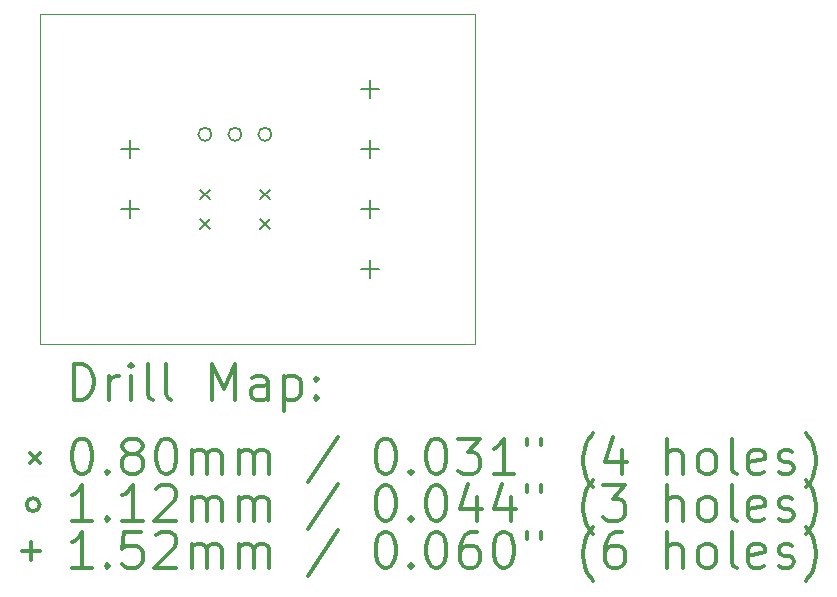
<source format=gbr>
%FSLAX45Y45*%
G04 Gerber Fmt 4.5, Leading zero omitted, Abs format (unit mm)*
G04 Created by KiCad (PCBNEW (5.1.4)-1) date 2019-09-01 07:34:50*
%MOMM*%
%LPD*%
G04 APERTURE LIST*
%ADD10C,0.050000*%
%ADD11C,0.200000*%
%ADD12C,0.300000*%
G04 APERTURE END LIST*
D10*
X4191000Y-6985000D02*
X4191000Y-4191000D01*
X7874000Y-6985000D02*
X4191000Y-6985000D01*
X7874000Y-4191000D02*
X7874000Y-6985000D01*
X7747000Y-4191000D02*
X7874000Y-4191000D01*
X4191000Y-4191000D02*
X7747000Y-4191000D01*
D11*
X6056000Y-5675000D02*
X6136000Y-5755000D01*
X6136000Y-5675000D02*
X6056000Y-5755000D01*
X6056000Y-5925000D02*
X6136000Y-6005000D01*
X6136000Y-5925000D02*
X6056000Y-6005000D01*
X5548000Y-5675000D02*
X5628000Y-5755000D01*
X5628000Y-5675000D02*
X5548000Y-5755000D01*
X5548000Y-5925000D02*
X5628000Y-6005000D01*
X5628000Y-5925000D02*
X5548000Y-6005000D01*
X5643880Y-5207000D02*
G75*
G03X5643880Y-5207000I-55880J0D01*
G01*
X5897880Y-5207000D02*
G75*
G03X5897880Y-5207000I-55880J0D01*
G01*
X6151880Y-5207000D02*
G75*
G03X6151880Y-5207000I-55880J0D01*
G01*
X6985000Y-4750000D02*
X6985000Y-4902000D01*
X6909000Y-4826000D02*
X7061000Y-4826000D01*
X6985000Y-5258000D02*
X6985000Y-5410000D01*
X6909000Y-5334000D02*
X7061000Y-5334000D01*
X6985000Y-5766000D02*
X6985000Y-5918000D01*
X6909000Y-5842000D02*
X7061000Y-5842000D01*
X6985000Y-6274000D02*
X6985000Y-6426000D01*
X6909000Y-6350000D02*
X7061000Y-6350000D01*
X4953000Y-5258000D02*
X4953000Y-5410000D01*
X4877000Y-5334000D02*
X5029000Y-5334000D01*
X4953000Y-5766000D02*
X4953000Y-5918000D01*
X4877000Y-5842000D02*
X5029000Y-5842000D01*
D12*
X4474928Y-7453214D02*
X4474928Y-7153214D01*
X4546357Y-7153214D01*
X4589214Y-7167500D01*
X4617786Y-7196071D01*
X4632071Y-7224643D01*
X4646357Y-7281786D01*
X4646357Y-7324643D01*
X4632071Y-7381786D01*
X4617786Y-7410357D01*
X4589214Y-7438929D01*
X4546357Y-7453214D01*
X4474928Y-7453214D01*
X4774928Y-7453214D02*
X4774928Y-7253214D01*
X4774928Y-7310357D02*
X4789214Y-7281786D01*
X4803500Y-7267500D01*
X4832071Y-7253214D01*
X4860643Y-7253214D01*
X4960643Y-7453214D02*
X4960643Y-7253214D01*
X4960643Y-7153214D02*
X4946357Y-7167500D01*
X4960643Y-7181786D01*
X4974928Y-7167500D01*
X4960643Y-7153214D01*
X4960643Y-7181786D01*
X5146357Y-7453214D02*
X5117786Y-7438929D01*
X5103500Y-7410357D01*
X5103500Y-7153214D01*
X5303500Y-7453214D02*
X5274928Y-7438929D01*
X5260643Y-7410357D01*
X5260643Y-7153214D01*
X5646357Y-7453214D02*
X5646357Y-7153214D01*
X5746357Y-7367500D01*
X5846357Y-7153214D01*
X5846357Y-7453214D01*
X6117786Y-7453214D02*
X6117786Y-7296071D01*
X6103500Y-7267500D01*
X6074928Y-7253214D01*
X6017786Y-7253214D01*
X5989214Y-7267500D01*
X6117786Y-7438929D02*
X6089214Y-7453214D01*
X6017786Y-7453214D01*
X5989214Y-7438929D01*
X5974928Y-7410357D01*
X5974928Y-7381786D01*
X5989214Y-7353214D01*
X6017786Y-7338929D01*
X6089214Y-7338929D01*
X6117786Y-7324643D01*
X6260643Y-7253214D02*
X6260643Y-7553214D01*
X6260643Y-7267500D02*
X6289214Y-7253214D01*
X6346357Y-7253214D01*
X6374928Y-7267500D01*
X6389214Y-7281786D01*
X6403500Y-7310357D01*
X6403500Y-7396071D01*
X6389214Y-7424643D01*
X6374928Y-7438929D01*
X6346357Y-7453214D01*
X6289214Y-7453214D01*
X6260643Y-7438929D01*
X6532071Y-7424643D02*
X6546357Y-7438929D01*
X6532071Y-7453214D01*
X6517786Y-7438929D01*
X6532071Y-7424643D01*
X6532071Y-7453214D01*
X6532071Y-7267500D02*
X6546357Y-7281786D01*
X6532071Y-7296071D01*
X6517786Y-7281786D01*
X6532071Y-7267500D01*
X6532071Y-7296071D01*
X4108500Y-7907500D02*
X4188500Y-7987500D01*
X4188500Y-7907500D02*
X4108500Y-7987500D01*
X4532071Y-7783214D02*
X4560643Y-7783214D01*
X4589214Y-7797500D01*
X4603500Y-7811786D01*
X4617786Y-7840357D01*
X4632071Y-7897500D01*
X4632071Y-7968929D01*
X4617786Y-8026071D01*
X4603500Y-8054643D01*
X4589214Y-8068929D01*
X4560643Y-8083214D01*
X4532071Y-8083214D01*
X4503500Y-8068929D01*
X4489214Y-8054643D01*
X4474928Y-8026071D01*
X4460643Y-7968929D01*
X4460643Y-7897500D01*
X4474928Y-7840357D01*
X4489214Y-7811786D01*
X4503500Y-7797500D01*
X4532071Y-7783214D01*
X4760643Y-8054643D02*
X4774928Y-8068929D01*
X4760643Y-8083214D01*
X4746357Y-8068929D01*
X4760643Y-8054643D01*
X4760643Y-8083214D01*
X4946357Y-7911786D02*
X4917786Y-7897500D01*
X4903500Y-7883214D01*
X4889214Y-7854643D01*
X4889214Y-7840357D01*
X4903500Y-7811786D01*
X4917786Y-7797500D01*
X4946357Y-7783214D01*
X5003500Y-7783214D01*
X5032071Y-7797500D01*
X5046357Y-7811786D01*
X5060643Y-7840357D01*
X5060643Y-7854643D01*
X5046357Y-7883214D01*
X5032071Y-7897500D01*
X5003500Y-7911786D01*
X4946357Y-7911786D01*
X4917786Y-7926071D01*
X4903500Y-7940357D01*
X4889214Y-7968929D01*
X4889214Y-8026071D01*
X4903500Y-8054643D01*
X4917786Y-8068929D01*
X4946357Y-8083214D01*
X5003500Y-8083214D01*
X5032071Y-8068929D01*
X5046357Y-8054643D01*
X5060643Y-8026071D01*
X5060643Y-7968929D01*
X5046357Y-7940357D01*
X5032071Y-7926071D01*
X5003500Y-7911786D01*
X5246357Y-7783214D02*
X5274928Y-7783214D01*
X5303500Y-7797500D01*
X5317786Y-7811786D01*
X5332071Y-7840357D01*
X5346357Y-7897500D01*
X5346357Y-7968929D01*
X5332071Y-8026071D01*
X5317786Y-8054643D01*
X5303500Y-8068929D01*
X5274928Y-8083214D01*
X5246357Y-8083214D01*
X5217786Y-8068929D01*
X5203500Y-8054643D01*
X5189214Y-8026071D01*
X5174928Y-7968929D01*
X5174928Y-7897500D01*
X5189214Y-7840357D01*
X5203500Y-7811786D01*
X5217786Y-7797500D01*
X5246357Y-7783214D01*
X5474928Y-8083214D02*
X5474928Y-7883214D01*
X5474928Y-7911786D02*
X5489214Y-7897500D01*
X5517786Y-7883214D01*
X5560643Y-7883214D01*
X5589214Y-7897500D01*
X5603500Y-7926071D01*
X5603500Y-8083214D01*
X5603500Y-7926071D02*
X5617786Y-7897500D01*
X5646357Y-7883214D01*
X5689214Y-7883214D01*
X5717786Y-7897500D01*
X5732071Y-7926071D01*
X5732071Y-8083214D01*
X5874928Y-8083214D02*
X5874928Y-7883214D01*
X5874928Y-7911786D02*
X5889214Y-7897500D01*
X5917786Y-7883214D01*
X5960643Y-7883214D01*
X5989214Y-7897500D01*
X6003500Y-7926071D01*
X6003500Y-8083214D01*
X6003500Y-7926071D02*
X6017786Y-7897500D01*
X6046357Y-7883214D01*
X6089214Y-7883214D01*
X6117786Y-7897500D01*
X6132071Y-7926071D01*
X6132071Y-8083214D01*
X6717786Y-7768929D02*
X6460643Y-8154643D01*
X7103500Y-7783214D02*
X7132071Y-7783214D01*
X7160643Y-7797500D01*
X7174928Y-7811786D01*
X7189214Y-7840357D01*
X7203500Y-7897500D01*
X7203500Y-7968929D01*
X7189214Y-8026071D01*
X7174928Y-8054643D01*
X7160643Y-8068929D01*
X7132071Y-8083214D01*
X7103500Y-8083214D01*
X7074928Y-8068929D01*
X7060643Y-8054643D01*
X7046357Y-8026071D01*
X7032071Y-7968929D01*
X7032071Y-7897500D01*
X7046357Y-7840357D01*
X7060643Y-7811786D01*
X7074928Y-7797500D01*
X7103500Y-7783214D01*
X7332071Y-8054643D02*
X7346357Y-8068929D01*
X7332071Y-8083214D01*
X7317786Y-8068929D01*
X7332071Y-8054643D01*
X7332071Y-8083214D01*
X7532071Y-7783214D02*
X7560643Y-7783214D01*
X7589214Y-7797500D01*
X7603500Y-7811786D01*
X7617786Y-7840357D01*
X7632071Y-7897500D01*
X7632071Y-7968929D01*
X7617786Y-8026071D01*
X7603500Y-8054643D01*
X7589214Y-8068929D01*
X7560643Y-8083214D01*
X7532071Y-8083214D01*
X7503500Y-8068929D01*
X7489214Y-8054643D01*
X7474928Y-8026071D01*
X7460643Y-7968929D01*
X7460643Y-7897500D01*
X7474928Y-7840357D01*
X7489214Y-7811786D01*
X7503500Y-7797500D01*
X7532071Y-7783214D01*
X7732071Y-7783214D02*
X7917786Y-7783214D01*
X7817786Y-7897500D01*
X7860643Y-7897500D01*
X7889214Y-7911786D01*
X7903500Y-7926071D01*
X7917786Y-7954643D01*
X7917786Y-8026071D01*
X7903500Y-8054643D01*
X7889214Y-8068929D01*
X7860643Y-8083214D01*
X7774928Y-8083214D01*
X7746357Y-8068929D01*
X7732071Y-8054643D01*
X8203500Y-8083214D02*
X8032071Y-8083214D01*
X8117786Y-8083214D02*
X8117786Y-7783214D01*
X8089214Y-7826071D01*
X8060643Y-7854643D01*
X8032071Y-7868929D01*
X8317786Y-7783214D02*
X8317786Y-7840357D01*
X8432071Y-7783214D02*
X8432071Y-7840357D01*
X8874928Y-8197500D02*
X8860643Y-8183214D01*
X8832071Y-8140357D01*
X8817786Y-8111786D01*
X8803500Y-8068929D01*
X8789214Y-7997500D01*
X8789214Y-7940357D01*
X8803500Y-7868929D01*
X8817786Y-7826071D01*
X8832071Y-7797500D01*
X8860643Y-7754643D01*
X8874928Y-7740357D01*
X9117786Y-7883214D02*
X9117786Y-8083214D01*
X9046357Y-7768929D02*
X8974928Y-7983214D01*
X9160643Y-7983214D01*
X9503500Y-8083214D02*
X9503500Y-7783214D01*
X9632071Y-8083214D02*
X9632071Y-7926071D01*
X9617786Y-7897500D01*
X9589214Y-7883214D01*
X9546357Y-7883214D01*
X9517786Y-7897500D01*
X9503500Y-7911786D01*
X9817786Y-8083214D02*
X9789214Y-8068929D01*
X9774928Y-8054643D01*
X9760643Y-8026071D01*
X9760643Y-7940357D01*
X9774928Y-7911786D01*
X9789214Y-7897500D01*
X9817786Y-7883214D01*
X9860643Y-7883214D01*
X9889214Y-7897500D01*
X9903500Y-7911786D01*
X9917786Y-7940357D01*
X9917786Y-8026071D01*
X9903500Y-8054643D01*
X9889214Y-8068929D01*
X9860643Y-8083214D01*
X9817786Y-8083214D01*
X10089214Y-8083214D02*
X10060643Y-8068929D01*
X10046357Y-8040357D01*
X10046357Y-7783214D01*
X10317786Y-8068929D02*
X10289214Y-8083214D01*
X10232071Y-8083214D01*
X10203500Y-8068929D01*
X10189214Y-8040357D01*
X10189214Y-7926071D01*
X10203500Y-7897500D01*
X10232071Y-7883214D01*
X10289214Y-7883214D01*
X10317786Y-7897500D01*
X10332071Y-7926071D01*
X10332071Y-7954643D01*
X10189214Y-7983214D01*
X10446357Y-8068929D02*
X10474928Y-8083214D01*
X10532071Y-8083214D01*
X10560643Y-8068929D01*
X10574928Y-8040357D01*
X10574928Y-8026071D01*
X10560643Y-7997500D01*
X10532071Y-7983214D01*
X10489214Y-7983214D01*
X10460643Y-7968929D01*
X10446357Y-7940357D01*
X10446357Y-7926071D01*
X10460643Y-7897500D01*
X10489214Y-7883214D01*
X10532071Y-7883214D01*
X10560643Y-7897500D01*
X10674928Y-8197500D02*
X10689214Y-8183214D01*
X10717786Y-8140357D01*
X10732071Y-8111786D01*
X10746357Y-8068929D01*
X10760643Y-7997500D01*
X10760643Y-7940357D01*
X10746357Y-7868929D01*
X10732071Y-7826071D01*
X10717786Y-7797500D01*
X10689214Y-7754643D01*
X10674928Y-7740357D01*
X4188500Y-8343500D02*
G75*
G03X4188500Y-8343500I-55880J0D01*
G01*
X4632071Y-8479214D02*
X4460643Y-8479214D01*
X4546357Y-8479214D02*
X4546357Y-8179214D01*
X4517786Y-8222071D01*
X4489214Y-8250643D01*
X4460643Y-8264929D01*
X4760643Y-8450643D02*
X4774928Y-8464929D01*
X4760643Y-8479214D01*
X4746357Y-8464929D01*
X4760643Y-8450643D01*
X4760643Y-8479214D01*
X5060643Y-8479214D02*
X4889214Y-8479214D01*
X4974928Y-8479214D02*
X4974928Y-8179214D01*
X4946357Y-8222071D01*
X4917786Y-8250643D01*
X4889214Y-8264929D01*
X5174928Y-8207786D02*
X5189214Y-8193500D01*
X5217786Y-8179214D01*
X5289214Y-8179214D01*
X5317786Y-8193500D01*
X5332071Y-8207786D01*
X5346357Y-8236357D01*
X5346357Y-8264929D01*
X5332071Y-8307786D01*
X5160643Y-8479214D01*
X5346357Y-8479214D01*
X5474928Y-8479214D02*
X5474928Y-8279214D01*
X5474928Y-8307786D02*
X5489214Y-8293500D01*
X5517786Y-8279214D01*
X5560643Y-8279214D01*
X5589214Y-8293500D01*
X5603500Y-8322071D01*
X5603500Y-8479214D01*
X5603500Y-8322071D02*
X5617786Y-8293500D01*
X5646357Y-8279214D01*
X5689214Y-8279214D01*
X5717786Y-8293500D01*
X5732071Y-8322071D01*
X5732071Y-8479214D01*
X5874928Y-8479214D02*
X5874928Y-8279214D01*
X5874928Y-8307786D02*
X5889214Y-8293500D01*
X5917786Y-8279214D01*
X5960643Y-8279214D01*
X5989214Y-8293500D01*
X6003500Y-8322071D01*
X6003500Y-8479214D01*
X6003500Y-8322071D02*
X6017786Y-8293500D01*
X6046357Y-8279214D01*
X6089214Y-8279214D01*
X6117786Y-8293500D01*
X6132071Y-8322071D01*
X6132071Y-8479214D01*
X6717786Y-8164929D02*
X6460643Y-8550643D01*
X7103500Y-8179214D02*
X7132071Y-8179214D01*
X7160643Y-8193500D01*
X7174928Y-8207786D01*
X7189214Y-8236357D01*
X7203500Y-8293500D01*
X7203500Y-8364929D01*
X7189214Y-8422072D01*
X7174928Y-8450643D01*
X7160643Y-8464929D01*
X7132071Y-8479214D01*
X7103500Y-8479214D01*
X7074928Y-8464929D01*
X7060643Y-8450643D01*
X7046357Y-8422072D01*
X7032071Y-8364929D01*
X7032071Y-8293500D01*
X7046357Y-8236357D01*
X7060643Y-8207786D01*
X7074928Y-8193500D01*
X7103500Y-8179214D01*
X7332071Y-8450643D02*
X7346357Y-8464929D01*
X7332071Y-8479214D01*
X7317786Y-8464929D01*
X7332071Y-8450643D01*
X7332071Y-8479214D01*
X7532071Y-8179214D02*
X7560643Y-8179214D01*
X7589214Y-8193500D01*
X7603500Y-8207786D01*
X7617786Y-8236357D01*
X7632071Y-8293500D01*
X7632071Y-8364929D01*
X7617786Y-8422072D01*
X7603500Y-8450643D01*
X7589214Y-8464929D01*
X7560643Y-8479214D01*
X7532071Y-8479214D01*
X7503500Y-8464929D01*
X7489214Y-8450643D01*
X7474928Y-8422072D01*
X7460643Y-8364929D01*
X7460643Y-8293500D01*
X7474928Y-8236357D01*
X7489214Y-8207786D01*
X7503500Y-8193500D01*
X7532071Y-8179214D01*
X7889214Y-8279214D02*
X7889214Y-8479214D01*
X7817786Y-8164929D02*
X7746357Y-8379214D01*
X7932071Y-8379214D01*
X8174928Y-8279214D02*
X8174928Y-8479214D01*
X8103500Y-8164929D02*
X8032071Y-8379214D01*
X8217786Y-8379214D01*
X8317786Y-8179214D02*
X8317786Y-8236357D01*
X8432071Y-8179214D02*
X8432071Y-8236357D01*
X8874928Y-8593500D02*
X8860643Y-8579214D01*
X8832071Y-8536357D01*
X8817786Y-8507786D01*
X8803500Y-8464929D01*
X8789214Y-8393500D01*
X8789214Y-8336357D01*
X8803500Y-8264929D01*
X8817786Y-8222071D01*
X8832071Y-8193500D01*
X8860643Y-8150643D01*
X8874928Y-8136357D01*
X8960643Y-8179214D02*
X9146357Y-8179214D01*
X9046357Y-8293500D01*
X9089214Y-8293500D01*
X9117786Y-8307786D01*
X9132071Y-8322071D01*
X9146357Y-8350643D01*
X9146357Y-8422072D01*
X9132071Y-8450643D01*
X9117786Y-8464929D01*
X9089214Y-8479214D01*
X9003500Y-8479214D01*
X8974928Y-8464929D01*
X8960643Y-8450643D01*
X9503500Y-8479214D02*
X9503500Y-8179214D01*
X9632071Y-8479214D02*
X9632071Y-8322071D01*
X9617786Y-8293500D01*
X9589214Y-8279214D01*
X9546357Y-8279214D01*
X9517786Y-8293500D01*
X9503500Y-8307786D01*
X9817786Y-8479214D02*
X9789214Y-8464929D01*
X9774928Y-8450643D01*
X9760643Y-8422072D01*
X9760643Y-8336357D01*
X9774928Y-8307786D01*
X9789214Y-8293500D01*
X9817786Y-8279214D01*
X9860643Y-8279214D01*
X9889214Y-8293500D01*
X9903500Y-8307786D01*
X9917786Y-8336357D01*
X9917786Y-8422072D01*
X9903500Y-8450643D01*
X9889214Y-8464929D01*
X9860643Y-8479214D01*
X9817786Y-8479214D01*
X10089214Y-8479214D02*
X10060643Y-8464929D01*
X10046357Y-8436357D01*
X10046357Y-8179214D01*
X10317786Y-8464929D02*
X10289214Y-8479214D01*
X10232071Y-8479214D01*
X10203500Y-8464929D01*
X10189214Y-8436357D01*
X10189214Y-8322071D01*
X10203500Y-8293500D01*
X10232071Y-8279214D01*
X10289214Y-8279214D01*
X10317786Y-8293500D01*
X10332071Y-8322071D01*
X10332071Y-8350643D01*
X10189214Y-8379214D01*
X10446357Y-8464929D02*
X10474928Y-8479214D01*
X10532071Y-8479214D01*
X10560643Y-8464929D01*
X10574928Y-8436357D01*
X10574928Y-8422072D01*
X10560643Y-8393500D01*
X10532071Y-8379214D01*
X10489214Y-8379214D01*
X10460643Y-8364929D01*
X10446357Y-8336357D01*
X10446357Y-8322071D01*
X10460643Y-8293500D01*
X10489214Y-8279214D01*
X10532071Y-8279214D01*
X10560643Y-8293500D01*
X10674928Y-8593500D02*
X10689214Y-8579214D01*
X10717786Y-8536357D01*
X10732071Y-8507786D01*
X10746357Y-8464929D01*
X10760643Y-8393500D01*
X10760643Y-8336357D01*
X10746357Y-8264929D01*
X10732071Y-8222071D01*
X10717786Y-8193500D01*
X10689214Y-8150643D01*
X10674928Y-8136357D01*
X4112500Y-8663500D02*
X4112500Y-8815500D01*
X4036500Y-8739500D02*
X4188500Y-8739500D01*
X4632071Y-8875214D02*
X4460643Y-8875214D01*
X4546357Y-8875214D02*
X4546357Y-8575214D01*
X4517786Y-8618072D01*
X4489214Y-8646643D01*
X4460643Y-8660929D01*
X4760643Y-8846643D02*
X4774928Y-8860929D01*
X4760643Y-8875214D01*
X4746357Y-8860929D01*
X4760643Y-8846643D01*
X4760643Y-8875214D01*
X5046357Y-8575214D02*
X4903500Y-8575214D01*
X4889214Y-8718072D01*
X4903500Y-8703786D01*
X4932071Y-8689500D01*
X5003500Y-8689500D01*
X5032071Y-8703786D01*
X5046357Y-8718072D01*
X5060643Y-8746643D01*
X5060643Y-8818072D01*
X5046357Y-8846643D01*
X5032071Y-8860929D01*
X5003500Y-8875214D01*
X4932071Y-8875214D01*
X4903500Y-8860929D01*
X4889214Y-8846643D01*
X5174928Y-8603786D02*
X5189214Y-8589500D01*
X5217786Y-8575214D01*
X5289214Y-8575214D01*
X5317786Y-8589500D01*
X5332071Y-8603786D01*
X5346357Y-8632357D01*
X5346357Y-8660929D01*
X5332071Y-8703786D01*
X5160643Y-8875214D01*
X5346357Y-8875214D01*
X5474928Y-8875214D02*
X5474928Y-8675214D01*
X5474928Y-8703786D02*
X5489214Y-8689500D01*
X5517786Y-8675214D01*
X5560643Y-8675214D01*
X5589214Y-8689500D01*
X5603500Y-8718072D01*
X5603500Y-8875214D01*
X5603500Y-8718072D02*
X5617786Y-8689500D01*
X5646357Y-8675214D01*
X5689214Y-8675214D01*
X5717786Y-8689500D01*
X5732071Y-8718072D01*
X5732071Y-8875214D01*
X5874928Y-8875214D02*
X5874928Y-8675214D01*
X5874928Y-8703786D02*
X5889214Y-8689500D01*
X5917786Y-8675214D01*
X5960643Y-8675214D01*
X5989214Y-8689500D01*
X6003500Y-8718072D01*
X6003500Y-8875214D01*
X6003500Y-8718072D02*
X6017786Y-8689500D01*
X6046357Y-8675214D01*
X6089214Y-8675214D01*
X6117786Y-8689500D01*
X6132071Y-8718072D01*
X6132071Y-8875214D01*
X6717786Y-8560929D02*
X6460643Y-8946643D01*
X7103500Y-8575214D02*
X7132071Y-8575214D01*
X7160643Y-8589500D01*
X7174928Y-8603786D01*
X7189214Y-8632357D01*
X7203500Y-8689500D01*
X7203500Y-8760929D01*
X7189214Y-8818072D01*
X7174928Y-8846643D01*
X7160643Y-8860929D01*
X7132071Y-8875214D01*
X7103500Y-8875214D01*
X7074928Y-8860929D01*
X7060643Y-8846643D01*
X7046357Y-8818072D01*
X7032071Y-8760929D01*
X7032071Y-8689500D01*
X7046357Y-8632357D01*
X7060643Y-8603786D01*
X7074928Y-8589500D01*
X7103500Y-8575214D01*
X7332071Y-8846643D02*
X7346357Y-8860929D01*
X7332071Y-8875214D01*
X7317786Y-8860929D01*
X7332071Y-8846643D01*
X7332071Y-8875214D01*
X7532071Y-8575214D02*
X7560643Y-8575214D01*
X7589214Y-8589500D01*
X7603500Y-8603786D01*
X7617786Y-8632357D01*
X7632071Y-8689500D01*
X7632071Y-8760929D01*
X7617786Y-8818072D01*
X7603500Y-8846643D01*
X7589214Y-8860929D01*
X7560643Y-8875214D01*
X7532071Y-8875214D01*
X7503500Y-8860929D01*
X7489214Y-8846643D01*
X7474928Y-8818072D01*
X7460643Y-8760929D01*
X7460643Y-8689500D01*
X7474928Y-8632357D01*
X7489214Y-8603786D01*
X7503500Y-8589500D01*
X7532071Y-8575214D01*
X7889214Y-8575214D02*
X7832071Y-8575214D01*
X7803500Y-8589500D01*
X7789214Y-8603786D01*
X7760643Y-8646643D01*
X7746357Y-8703786D01*
X7746357Y-8818072D01*
X7760643Y-8846643D01*
X7774928Y-8860929D01*
X7803500Y-8875214D01*
X7860643Y-8875214D01*
X7889214Y-8860929D01*
X7903500Y-8846643D01*
X7917786Y-8818072D01*
X7917786Y-8746643D01*
X7903500Y-8718072D01*
X7889214Y-8703786D01*
X7860643Y-8689500D01*
X7803500Y-8689500D01*
X7774928Y-8703786D01*
X7760643Y-8718072D01*
X7746357Y-8746643D01*
X8103500Y-8575214D02*
X8132071Y-8575214D01*
X8160643Y-8589500D01*
X8174928Y-8603786D01*
X8189214Y-8632357D01*
X8203500Y-8689500D01*
X8203500Y-8760929D01*
X8189214Y-8818072D01*
X8174928Y-8846643D01*
X8160643Y-8860929D01*
X8132071Y-8875214D01*
X8103500Y-8875214D01*
X8074928Y-8860929D01*
X8060643Y-8846643D01*
X8046357Y-8818072D01*
X8032071Y-8760929D01*
X8032071Y-8689500D01*
X8046357Y-8632357D01*
X8060643Y-8603786D01*
X8074928Y-8589500D01*
X8103500Y-8575214D01*
X8317786Y-8575214D02*
X8317786Y-8632357D01*
X8432071Y-8575214D02*
X8432071Y-8632357D01*
X8874928Y-8989500D02*
X8860643Y-8975214D01*
X8832071Y-8932357D01*
X8817786Y-8903786D01*
X8803500Y-8860929D01*
X8789214Y-8789500D01*
X8789214Y-8732357D01*
X8803500Y-8660929D01*
X8817786Y-8618072D01*
X8832071Y-8589500D01*
X8860643Y-8546643D01*
X8874928Y-8532357D01*
X9117786Y-8575214D02*
X9060643Y-8575214D01*
X9032071Y-8589500D01*
X9017786Y-8603786D01*
X8989214Y-8646643D01*
X8974928Y-8703786D01*
X8974928Y-8818072D01*
X8989214Y-8846643D01*
X9003500Y-8860929D01*
X9032071Y-8875214D01*
X9089214Y-8875214D01*
X9117786Y-8860929D01*
X9132071Y-8846643D01*
X9146357Y-8818072D01*
X9146357Y-8746643D01*
X9132071Y-8718072D01*
X9117786Y-8703786D01*
X9089214Y-8689500D01*
X9032071Y-8689500D01*
X9003500Y-8703786D01*
X8989214Y-8718072D01*
X8974928Y-8746643D01*
X9503500Y-8875214D02*
X9503500Y-8575214D01*
X9632071Y-8875214D02*
X9632071Y-8718072D01*
X9617786Y-8689500D01*
X9589214Y-8675214D01*
X9546357Y-8675214D01*
X9517786Y-8689500D01*
X9503500Y-8703786D01*
X9817786Y-8875214D02*
X9789214Y-8860929D01*
X9774928Y-8846643D01*
X9760643Y-8818072D01*
X9760643Y-8732357D01*
X9774928Y-8703786D01*
X9789214Y-8689500D01*
X9817786Y-8675214D01*
X9860643Y-8675214D01*
X9889214Y-8689500D01*
X9903500Y-8703786D01*
X9917786Y-8732357D01*
X9917786Y-8818072D01*
X9903500Y-8846643D01*
X9889214Y-8860929D01*
X9860643Y-8875214D01*
X9817786Y-8875214D01*
X10089214Y-8875214D02*
X10060643Y-8860929D01*
X10046357Y-8832357D01*
X10046357Y-8575214D01*
X10317786Y-8860929D02*
X10289214Y-8875214D01*
X10232071Y-8875214D01*
X10203500Y-8860929D01*
X10189214Y-8832357D01*
X10189214Y-8718072D01*
X10203500Y-8689500D01*
X10232071Y-8675214D01*
X10289214Y-8675214D01*
X10317786Y-8689500D01*
X10332071Y-8718072D01*
X10332071Y-8746643D01*
X10189214Y-8775214D01*
X10446357Y-8860929D02*
X10474928Y-8875214D01*
X10532071Y-8875214D01*
X10560643Y-8860929D01*
X10574928Y-8832357D01*
X10574928Y-8818072D01*
X10560643Y-8789500D01*
X10532071Y-8775214D01*
X10489214Y-8775214D01*
X10460643Y-8760929D01*
X10446357Y-8732357D01*
X10446357Y-8718072D01*
X10460643Y-8689500D01*
X10489214Y-8675214D01*
X10532071Y-8675214D01*
X10560643Y-8689500D01*
X10674928Y-8989500D02*
X10689214Y-8975214D01*
X10717786Y-8932357D01*
X10732071Y-8903786D01*
X10746357Y-8860929D01*
X10760643Y-8789500D01*
X10760643Y-8732357D01*
X10746357Y-8660929D01*
X10732071Y-8618072D01*
X10717786Y-8589500D01*
X10689214Y-8546643D01*
X10674928Y-8532357D01*
M02*

</source>
